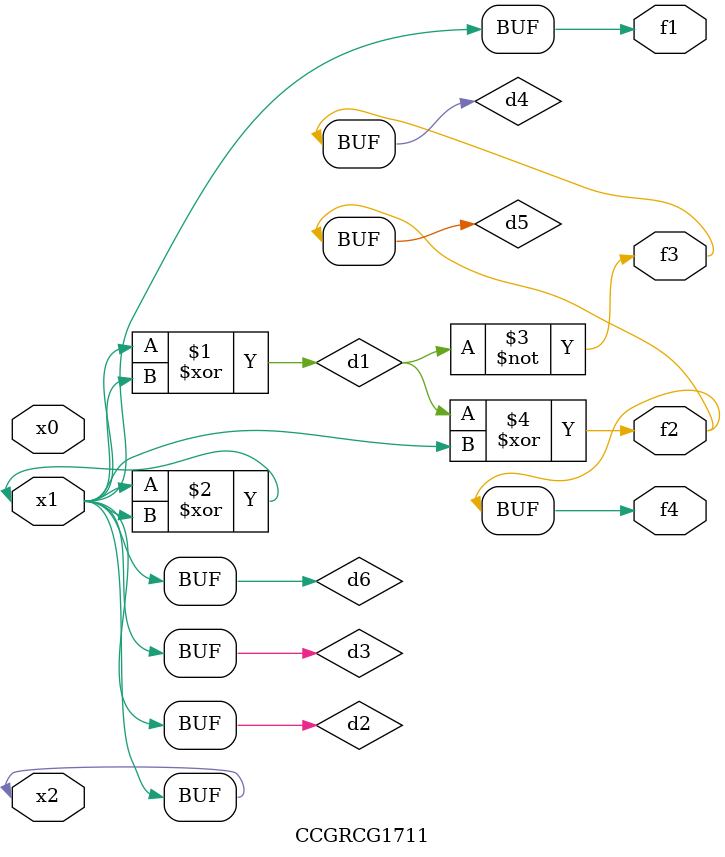
<source format=v>
module CCGRCG1711(
	input x0, x1, x2,
	output f1, f2, f3, f4
);

	wire d1, d2, d3, d4, d5, d6;

	xor (d1, x1, x2);
	buf (d2, x1, x2);
	xor (d3, x1, x2);
	nor (d4, d1);
	xor (d5, d1, d2);
	buf (d6, d2, d3);
	assign f1 = d6;
	assign f2 = d5;
	assign f3 = d4;
	assign f4 = d5;
endmodule

</source>
